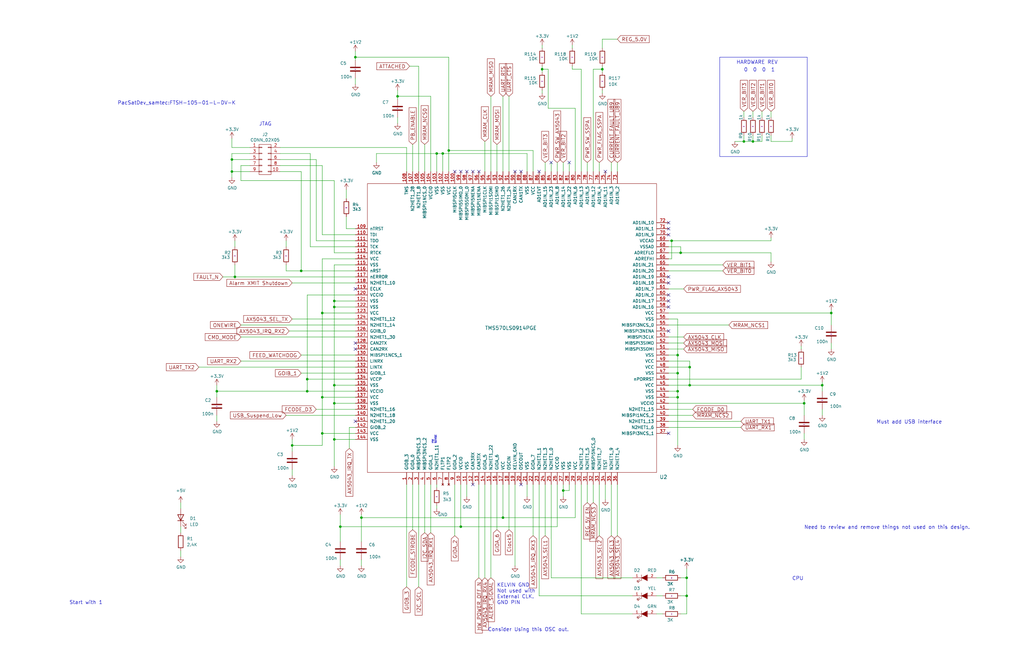
<source format=kicad_sch>
(kicad_sch (version 20230121) (generator eeschema)
  (paper "USLedger")
  (title_block (title "Radiation Tolerant PacSat Communication") (date "2023-06-17") (rev "1.1") (company "AMSAT-NA") (comment 1 "N5BRG"))
  (junction (at 129.54 165.1))
  (junction (at 140.97 170.18))
  (junction (at 194.31 222.25))
  (junction (at 285.75 165.1))
  (junction (at 313.69 59.69))
  (junction (at 140.97 162.56))
  (junction (at 152.4 218.44))
  (junction (at 189.23 63.5))
  (junction (at 285.75 157.48))
  (junction (at 350.52 132.08))
  (junction (at 97.79 67.31))
  (junction (at 143.51 222.25))
  (junction (at 285.75 149.86))
  (junction (at 129.54 160.02))
  (junction (at 287.02 106.68))
  (junction (at 228.6 29.21))
  (junction (at 184.15 64.77))
  (junction (at 99.06 116.84))
  (junction (at 290.83 154.94))
  (junction (at 289.56 251.46))
  (junction (at 149.86 24.13))
  (junction (at 289.56 243.84))
  (junction (at 140.97 127))
  (junction (at 212.09 218.44))
  (junction (at 167.64 40.64))
  (junction (at 237.49 207.01))
  (junction (at 135.89 132.08))
  (junction (at 91.44 165.1))
  (junction (at 346.71 162.56))
  (junction (at 135.89 167.64))
  (junction (at 135.89 182.88))
  (junction (at 339.09 170.18))
  (junction (at 140.97 129.54))
  (junction (at 317.5 59.69))
  (junction (at 285.75 167.64))
  (junction (at 127 114.3))
  (junction (at 140.97 185.42))
  (junction (at 186.69 64.77))
  (junction (at 97.79 72.39))
  (junction (at 123.19 187.96))
  (junction (at 283.21 101.6))
  (junction (at 290.83 162.56))
  (junction (at 254 29.21))
  (no_connect (at 281.94 96.52))
  (no_connect (at 281.94 124.46))
  (no_connect (at 191.77 72.39))
  (no_connect (at 232.41 68.58))
  (no_connect (at 281.94 139.7))
  (no_connect (at 199.39 204.47))
  (no_connect (at 199.39 72.39))
  (no_connect (at 281.94 129.54))
  (no_connect (at 281.94 182.88))
  (no_connect (at 196.85 72.39))
  (no_connect (at 194.31 72.39))
  (no_connect (at 227.33 72.39))
  (no_connect (at 219.71 204.47))
  (no_connect (at 281.94 127))
  (no_connect (at 217.17 72.39))
  (no_connect (at 149.86 144.78))
  (no_connect (at 149.86 177.8))
  (no_connect (at 219.71 72.39))
  (no_connect (at 281.94 119.38))
  (no_connect (at 281.94 99.06))
  (no_connect (at 149.86 147.32))
  (no_connect (at 201.93 72.39))
  (no_connect (at 281.94 116.84))
  (no_connect (at 255.27 72.39))
  (no_connect (at 149.86 121.92))
  (no_connect (at 281.94 93.98))
  (no_connect (at 240.03 68.58))
  (wire (pts (xy 245.11 259.08) (xy 266.7 259.08)))
  (wire (pts (xy 91.44 162.56) (xy 91.44 165.1)))
  (wire (pts (xy 285.75 165.1) (xy 281.94 165.1)))
  (wire (pts (xy 135.89 182.88) (xy 135.89 187.96)))
  (wire (pts (xy 129.54 124.46) (xy 129.54 160.02)))
  (wire (pts (xy 339.09 170.18) (xy 339.09 175.26)))
  (wire (pts (xy 133.35 101.6) (xy 133.35 67.31)))
  (wire (pts (xy 143.51 236.22) (xy 143.51 238.76)))
  (wire (pts (xy 232.41 68.58) (xy 232.41 72.39)))
  (wire (pts (xy 91.44 175.26) (xy 91.44 177.8)))
  (wire (pts (xy 140.97 170.18) (xy 149.86 170.18)))
  (wire (pts (xy 350.52 132.08) (xy 350.52 137.16)))
  (wire (pts (xy 252.73 204.47) (xy 252.73 226.06)))
  (wire (pts (xy 281.94 175.26) (xy 292.1 175.26)))
  (wire (pts (xy 152.4 217.17) (xy 152.4 218.44)))
  (wire (pts (xy 120.65 101.6) (xy 120.65 104.14)))
  (wire (pts (xy 140.97 127) (xy 149.86 127)))
  (wire (pts (xy 101.6 137.16) (xy 149.86 137.16)))
  (wire (pts (xy 285.75 149.86) (xy 285.75 157.48)))
  (wire (pts (xy 194.31 222.25) (xy 234.95 222.25)))
  (wire (pts (xy 149.86 109.22) (xy 135.89 109.22)))
  (wire (pts (xy 143.51 222.25) (xy 143.51 228.6)))
  (wire (pts (xy 127 72.39) (xy 118.11 72.39)))
  (wire (pts (xy 350.52 130.81) (xy 350.52 132.08)))
  (wire (pts (xy 140.97 76.2) (xy 101.6 76.2)))
  (wire (pts (xy 317.5 59.69) (xy 321.31 59.69)))
  (wire (pts (xy 123.19 187.96) (xy 123.19 190.5)))
  (wire (pts (xy 228.6 29.21) (xy 228.6 30.48)))
  (wire (pts (xy 97.79 62.23) (xy 97.79 58.42)))
  (wire (pts (xy 281.94 180.34) (xy 312.42 180.34)))
  (wire (pts (xy 101.6 142.24) (xy 149.86 142.24)))
  (wire (pts (xy 101.6 76.2) (xy 101.6 69.85)))
  (wire (pts (xy 146.05 96.52) (xy 149.86 96.52)))
  (wire (pts (xy 152.4 218.44) (xy 152.4 228.6)))
  (wire (pts (xy 204.47 243.84) (xy 204.47 204.47)))
  (wire (pts (xy 290.83 152.4) (xy 281.94 152.4)))
  (wire (pts (xy 287.02 243.84) (xy 289.56 243.84)))
  (wire (pts (xy 281.94 177.8) (xy 312.42 177.8)))
  (wire (pts (xy 133.35 67.31) (xy 118.11 67.31)))
  (wire (pts (xy 158.75 64.77) (xy 158.75 68.58)))
  (wire (pts (xy 252.73 68.58) (xy 252.73 72.39)))
  (wire (pts (xy 91.44 165.1) (xy 91.44 167.64)))
  (wire (pts (xy 212.09 218.44) (xy 242.57 218.44)))
  (wire (pts (xy 176.53 27.94) (xy 172.72 27.94)))
  (wire (pts (xy 129.54 124.46) (xy 149.86 124.46)))
  (wire (pts (xy 234.95 68.58) (xy 234.95 72.39)))
  (wire (pts (xy 247.65 68.58) (xy 247.65 72.39)))
  (wire (pts (xy 143.51 222.25) (xy 194.31 222.25)))
  (wire (pts (xy 229.87 204.47) (xy 229.87 226.06)))
  (wire (pts (xy 105.41 62.23) (xy 97.79 62.23)))
  (wire (pts (xy 99.06 116.84) (xy 149.86 116.84)))
  (wire (pts (xy 228.6 27.94) (xy 228.6 29.21)))
  (wire (pts (xy 234.95 222.25) (xy 234.95 204.47)))
  (wire (pts (xy 276.86 259.08) (xy 279.4 259.08)))
  (wire (pts (xy 135.89 187.96) (xy 123.19 187.96)))
  (wire (pts (xy 201.93 204.47) (xy 201.93 243.84)))
  (wire (pts (xy 260.35 204.47) (xy 260.35 226.06)))
  (wire (pts (xy 212.09 204.47) (xy 212.09 218.44)))
  (wire (pts (xy 350.52 144.78) (xy 350.52 147.32)))
  (wire (pts (xy 254 16.51) (xy 254 20.32)))
  (wire (pts (xy 304.8 114.3) (xy 281.94 114.3)))
  (wire (pts (xy 149.86 149.86) (xy 127 149.86)))
  (wire (pts (xy 149.86 152.4) (xy 101.6 152.4)))
  (wire (pts (xy 133.35 172.72) (xy 149.86 172.72)))
  (wire (pts (xy 250.19 29.21) (xy 254 29.21)))
  (wire (pts (xy 120.65 175.26) (xy 149.86 175.26)))
  (wire (pts (xy 207.01 72.39) (xy 207.01 40.64)))
  (wire (pts (xy 167.64 49.53) (xy 167.64 52.07)))
  (wire (pts (xy 191.77 204.47) (xy 191.77 226.06)))
  (wire (pts (xy 281.94 134.62) (xy 285.75 134.62)))
  (wire (pts (xy 127 114.3) (xy 127 72.39)))
  (polyline (pts (xy 340.36 24.13) (xy 303.53 24.13)))
  (wire (pts (xy 255.27 204.47) (xy 255.27 210.82)))
  (wire (pts (xy 281.94 121.92) (xy 288.29 121.92)))
  (wire (pts (xy 289.56 259.08) (xy 287.02 259.08)))
  (wire (pts (xy 140.97 111.76) (xy 140.97 127)))
  (wire (pts (xy 209.55 72.39) (xy 209.55 60.96)))
  (wire (pts (xy 240.03 207.01) (xy 240.03 204.47)))
  (wire (pts (xy 334.01 59.69) (xy 334.01 58.42)))
  (wire (pts (xy 257.81 204.47) (xy 257.81 226.06)))
  (wire (pts (xy 129.54 160.02) (xy 129.54 165.1)))
  (wire (pts (xy 222.25 64.77) (xy 222.25 72.39)))
  (wire (pts (xy 337.82 160.02) (xy 281.94 160.02)))
  (wire (pts (xy 337.82 146.05) (xy 337.82 147.32)))
  (wire (pts (xy 346.71 172.72) (xy 346.71 175.26)))
  (wire (pts (xy 245.11 72.39) (xy 245.11 29.21)))
  (wire (pts (xy 149.86 104.14) (xy 130.81 104.14)))
  (polyline (pts (xy 303.53 66.04) (xy 340.36 66.04)))
  (wire (pts (xy 209.55 204.47) (xy 209.55 223.52)))
  (wire (pts (xy 325.12 106.68) (xy 325.12 110.49)))
  (wire (pts (xy 179.07 224.79) (xy 179.07 204.47)))
  (wire (pts (xy 231.14 29.21) (xy 228.6 29.21)))
  (wire (pts (xy 99.06 111.76) (xy 99.06 116.84)))
  (wire (pts (xy 289.56 240.03) (xy 289.56 243.84)))
  (wire (pts (xy 97.79 72.39) (xy 105.41 72.39)))
  (wire (pts (xy 281.94 147.32) (xy 288.29 147.32)))
  (wire (pts (xy 254 38.1) (xy 254 39.37)))
  (wire (pts (xy 281.94 111.76) (xy 304.8 111.76)))
  (wire (pts (xy 281.94 109.22) (xy 283.21 109.22)))
  (wire (pts (xy 281.94 137.16) (xy 307.34 137.16)))
  (wire (pts (xy 127 157.48) (xy 149.86 157.48)))
  (wire (pts (xy 309.88 59.69) (xy 313.69 59.69)))
  (wire (pts (xy 237.49 68.58) (xy 237.49 72.39)))
  (wire (pts (xy 173.99 60.96) (xy 173.99 72.39)))
  (wire (pts (xy 91.44 165.1) (xy 129.54 165.1)))
  (wire (pts (xy 123.19 119.38) (xy 149.86 119.38)))
  (wire (pts (xy 181.61 204.47) (xy 181.61 224.79)))
  (wire (pts (xy 237.49 207.01) (xy 240.03 207.01)))
  (wire (pts (xy 222.25 204.47) (xy 222.25 209.55)))
  (wire (pts (xy 140.97 185.42) (xy 149.86 185.42)))
  (wire (pts (xy 204.47 72.39) (xy 204.47 59.69)))
  (wire (pts (xy 171.45 72.39) (xy 171.45 62.23)))
  (wire (pts (xy 149.86 132.08) (xy 135.89 132.08)))
  (wire (pts (xy 135.89 132.08) (xy 135.89 167.64)))
  (wire (pts (xy 97.79 64.77) (xy 97.79 67.31)))
  (wire (pts (xy 130.81 104.14) (xy 130.81 64.77)))
  (wire (pts (xy 135.89 109.22) (xy 135.89 132.08)))
  (wire (pts (xy 167.64 38.1) (xy 167.64 40.64)))
  (wire (pts (xy 241.3 27.94) (xy 241.3 29.21)))
  (wire (pts (xy 127 114.3) (xy 149.86 114.3)))
  (wire (pts (xy 121.92 139.7) (xy 149.86 139.7)))
  (wire (pts (xy 227.33 204.47) (xy 227.33 251.46)))
  (wire (pts (xy 149.86 33.02) (xy 149.86 35.56)))
  (wire (pts (xy 290.83 162.56) (xy 346.71 162.56)))
  (wire (pts (xy 152.4 236.22) (xy 152.4 238.76)))
  (wire (pts (xy 283.21 109.22) (xy 283.21 101.6)))
  (wire (pts (xy 99.06 101.6) (xy 99.06 104.14)))
  (wire (pts (xy 140.97 129.54) (xy 149.86 129.54)))
  (wire (pts (xy 130.81 64.77) (xy 118.11 64.77)))
  (wire (pts (xy 212.09 40.64) (xy 212.09 72.39)))
  (wire (pts (xy 281.94 162.56) (xy 290.83 162.56)))
  (wire (pts (xy 194.31 222.25) (xy 194.31 204.47)))
  (wire (pts (xy 158.75 64.77) (xy 184.15 64.77)))
  (wire (pts (xy 184.15 213.36) (xy 184.15 214.63)))
  (wire (pts (xy 140.97 162.56) (xy 140.97 170.18)))
  (wire (pts (xy 135.89 69.85) (xy 118.11 69.85)))
  (wire (pts (xy 189.23 24.13) (xy 189.23 63.5)))
  (wire (pts (xy 140.97 162.56) (xy 149.86 162.56)))
  (wire (pts (xy 290.83 152.4) (xy 290.83 154.94)))
  (wire (pts (xy 229.87 68.58) (xy 229.87 72.39)))
  (wire (pts (xy 97.79 67.31) (xy 97.79 72.39)))
  (wire (pts (xy 346.71 161.29) (xy 346.71 162.56)))
  (wire (pts (xy 325.12 101.6) (xy 325.12 100.33)))
  (wire (pts (xy 149.86 24.13) (xy 149.86 25.4)))
  (wire (pts (xy 285.75 157.48) (xy 281.94 157.48)))
  (wire (pts (xy 242.57 218.44) (xy 242.57 204.47)))
  (polyline (pts (xy 340.36 66.04) (xy 340.36 24.13)))
  (wire (pts (xy 285.75 157.48) (xy 285.75 165.1)))
  (wire (pts (xy 186.69 64.77) (xy 186.69 72.39)))
  (wire (pts (xy 224.79 63.5) (xy 189.23 63.5)))
  (wire (pts (xy 105.41 67.31) (xy 97.79 67.31)))
  (wire (pts (xy 143.51 217.17) (xy 143.51 222.25)))
  (wire (pts (xy 242.57 45.72) (xy 242.57 72.39)))
  (wire (pts (xy 325.12 59.69) (xy 334.01 59.69)))
  (wire (pts (xy 184.15 72.39) (xy 184.15 64.77)))
  (wire (pts (xy 135.89 167.64) (xy 149.86 167.64)))
  (wire (pts (xy 232.41 243.84) (xy 266.7 243.84)))
  (wire (pts (xy 140.97 129.54) (xy 140.97 162.56)))
  (wire (pts (xy 129.54 165.1) (xy 149.86 165.1)))
  (wire (pts (xy 292.1 172.72) (xy 281.94 172.72)))
  (wire (pts (xy 317.5 49.53) (xy 317.5 46.99)))
  (wire (pts (xy 276.86 243.84) (xy 279.4 243.84)))
  (wire (pts (xy 337.82 154.94) (xy 337.82 160.02)))
  (wire (pts (xy 285.75 167.64) (xy 281.94 167.64)))
  (wire (pts (xy 232.41 204.47) (xy 232.41 243.84)))
  (wire (pts (xy 214.63 204.47) (xy 214.63 223.52)))
  (wire (pts (xy 149.86 99.06) (xy 135.89 99.06)))
  (wire (pts (xy 281.94 132.08) (xy 350.52 132.08)))
  (wire (pts (xy 186.69 64.77) (xy 222.25 64.77)))
  (wire (pts (xy 167.64 40.64) (xy 167.64 41.91)))
  (wire (pts (xy 105.41 64.77) (xy 97.79 64.77)))
  (wire (pts (xy 228.6 38.1) (xy 228.6 39.37)))
  (wire (pts (xy 281.94 144.78) (xy 288.29 144.78)))
  (polyline (pts (xy 303.53 24.13) (xy 303.53 66.04)))
  (wire (pts (xy 245.11 29.21) (xy 241.3 29.21)))
  (wire (pts (xy 242.57 45.72) (xy 231.14 45.72)))
  (wire (pts (xy 189.23 63.5) (xy 189.23 72.39)))
  (wire (pts (xy 152.4 218.44) (xy 212.09 218.44)))
  (wire (pts (xy 135.89 167.64) (xy 135.89 182.88)))
  (wire (pts (xy 289.56 243.84) (xy 289.56 251.46)))
  (wire (pts (xy 346.71 162.56) (xy 346.71 165.1)))
  (wire (pts (xy 135.89 182.88) (xy 149.86 182.88)))
  (wire (pts (xy 285.75 167.64) (xy 285.75 187.96)))
  (wire (pts (xy 231.14 45.72) (xy 231.14 29.21)))
  (wire (pts (xy 101.6 69.85) (xy 105.41 69.85)))
  (wire (pts (xy 321.31 59.69) (xy 321.31 57.15)))
  (wire (pts (xy 171.45 62.23) (xy 118.11 62.23)))
  (wire (pts (xy 281.94 142.24) (xy 288.29 142.24)))
  (wire (pts (xy 149.86 111.76) (xy 140.97 111.76)))
  (wire (pts (xy 120.65 114.3) (xy 120.65 111.76)))
  (wire (pts (xy 290.83 154.94) (xy 281.94 154.94)))
  (wire (pts (xy 281.94 104.14) (xy 287.02 104.14)))
  (wire (pts (xy 241.3 19.05) (xy 241.3 20.32)))
  (wire (pts (xy 257.81 68.58) (xy 257.81 72.39)))
  (wire (pts (xy 140.97 106.68) (xy 140.97 76.2)))
  (wire (pts (xy 224.79 72.39) (xy 224.79 63.5)))
  (wire (pts (xy 76.2 212.09) (xy 76.2 214.63)))
  (wire (pts (xy 171.45 247.65) (xy 171.45 204.47)))
  (wire (pts (xy 76.2 232.41) (xy 76.2 234.95)))
  (wire (pts (xy 240.03 68.58) (xy 240.03 72.39)))
  (wire (pts (xy 289.56 251.46) (xy 287.02 251.46)))
  (wire (pts (xy 283.21 101.6) (xy 325.12 101.6)))
  (wire (pts (xy 228.6 19.05) (xy 228.6 20.32)))
  (wire (pts (xy 149.86 160.02) (xy 129.54 160.02)))
  (wire (pts (xy 196.85 204.47) (xy 196.85 209.55)))
  (wire (pts (xy 250.19 72.39) (xy 250.19 29.21)))
  (wire (pts (xy 287.02 106.68) (xy 325.12 106.68)))
  (wire (pts (xy 281.94 101.6) (xy 283.21 101.6)))
  (wire (pts (xy 140.97 170.18) (xy 140.97 185.42)))
  (wire (pts (xy 289.56 251.46) (xy 289.56 259.08)))
  (wire (pts (xy 173.99 223.52) (xy 173.99 204.47)))
  (wire (pts (xy 146.05 91.44) (xy 146.05 96.52)))
  (wire (pts (xy 281.94 170.18) (xy 339.09 170.18)))
  (wire (pts (xy 313.69 46.99) (xy 313.69 49.53)))
  (wire (pts (xy 123.19 185.42) (xy 123.19 187.96)))
  (wire (pts (xy 149.86 106.68) (xy 140.97 106.68)))
  (wire (pts (xy 290.83 154.94) (xy 290.83 162.56)))
  (wire (pts (xy 214.63 40.64) (xy 214.63 72.39)))
  (wire (pts (xy 224.79 226.06) (xy 224.79 204.47)))
  (wire (pts (xy 217.17 204.47) (xy 217.17 238.76)))
  (wire (pts (xy 285.75 165.1) (xy 285.75 167.64)))
  (wire (pts (xy 149.86 24.13) (xy 189.23 24.13)))
  (wire (pts (xy 339.09 182.88) (xy 339.09 185.42)))
  (wire (pts (xy 149.86 180.34) (xy 147.32 180.34)))
  (wire (pts (xy 276.86 251.46) (xy 279.4 251.46)))
  (wire (pts (xy 254 29.21) (xy 254 30.48)))
  (wire (pts (xy 313.69 59.69) (xy 317.5 59.69)))
  (wire (pts (xy 147.32 180.34) (xy 147.32 189.23)))
  (wire (pts (xy 184.15 204.47) (xy 184.15 205.74)))
  (wire (pts (xy 237.49 204.47) (xy 237.49 207.01)))
  (wire (pts (xy 227.33 251.46) (xy 266.7 251.46)))
  (wire (pts (xy 181.61 40.64) (xy 181.61 72.39)))
  (wire (pts (xy 184.15 64.77) (xy 186.69 64.77)))
  (wire (pts (xy 76.2 222.25) (xy 76.2 224.79)))
  (wire (pts (xy 167.64 40.64) (xy 181.61 40.64)))
  (wire (pts (xy 339.09 168.91) (xy 339.09 170.18)))
  (wire (pts (xy 281.94 106.68) (xy 287.02 106.68)))
  (wire (pts (xy 313.69 59.69) (xy 313.69 57.15)))
  (wire (pts (xy 176.53 27.94) (xy 176.53 72.39)))
  (wire (pts (xy 250.19 204.47) (xy 250.19 212.09)))
  (wire (pts (xy 237.49 207.01) (xy 237.49 209.55)))
  (wire (pts (xy 97.79 72.39) (xy 97.79 74.93)))
  (wire (pts (xy 245.11 204.47) (xy 245.11 259.08)))
  (wire (pts (xy 149.86 154.94) (xy 83.82 154.94)))
  (wire (pts (xy 254 27.94) (xy 254 29.21)))
  (wire (pts (xy 287.02 104.14) (xy 287.02 106.68)))
  (wire (pts (xy 135.89 99.06) (xy 135.89 69.85)))
  (wire (pts (xy 123.19 198.12) (xy 123.19 200.66)))
  (wire (pts (xy 321.31 49.53) (xy 321.31 46.99)))
  (wire (pts (xy 146.05 80.01) (xy 146.05 83.82)))
  (wire (pts (xy 260.35 68.58) (xy 260.35 72.39)))
  (wire (pts (xy 149.86 101.6) (xy 133.35 101.6)))
  (wire (pts (xy 179.07 72.39) (xy 179.07 60.96)))
  (wire (pts (xy 207.01 243.84) (xy 207.01 204.47)))
  (wire (pts (xy 325.12 59.69) (xy 325.12 57.15)))
  (wire (pts (xy 140.97 185.42) (xy 140.97 196.85)))
  (wire (pts (xy 140.97 127) (xy 140.97 129.54)))
  (wire (pts (xy 285.75 134.62) (xy 285.75 149.86)))
  (wire (pts (xy 247.65 204.47) (xy 247.65 212.09)))
  (wire (pts (xy 93.98 116.84) (xy 99.06 116.84)))
  (wire (pts (xy 176.53 204.47) (xy 176.53 247.65)))
  (wire (pts (xy 325.12 49.53) (xy 325.12 46.99)))
  (wire (pts (xy 120.65 114.3) (xy 127 114.3)))
  (wire (pts (xy 260.35 16.51) (xy 254 16.51)))
  (wire (pts (xy 317.5 57.15) (xy 317.5 59.69)))
  (wire (pts (xy 281.94 149.86) (xy 285.75 149.86)))
  (wire (pts (xy 149.86 21.59) (xy 149.86 24.13)))
  (wire (pts (xy 123.19 134.62) (xy 149.86 134.62)))
  (text "CPU" (at 334.01 245.11 0) (effects (font (size 1.524 1.524)) (justify left bottom)))
  (text "PacSatDev_samtec:FTSH-105-01-L-DV-K" (at 49.53 44.45 0) (effects (font (size 1.524 1.524)) (justify left bottom)))
  (text "0" (at 321.31 30.48 0) (effects (font (size 1.524 1.524)) (justify left bottom)))
  (text "0" (at 313.69 30.48 0) (effects (font (size 1.524 1.524)) (justify left bottom)))
  (text "Consider Using this OSC out." (at 205.74 266.7 0) (effects (font (size 1.524 1.524)) (justify left bottom)))
  (text "JTAG" (at 109.22 53.34 0) (effects (font (size 1.524 1.524)) (justify left bottom)))
  (text "Need to review and remove things not used on this design." (at 339.09 223.52 0) (effects (font (size 1.524 1.524)) (justify left bottom)))
  (text "Must add USB interface" (at 369.57 179.07 0) (effects (font (size 1.524 1.524)) (justify left bottom)))
  (text "HARDWARE REV" (at 310.515 27.305 0) (effects (font (size 1.524 1.524)) (justify left bottom)))
  (text "Start with 1" (at 29.21 255.27 0) (effects (font (size 1.524 1.524)) (justify left bottom)))
  (text "HW\nSENSE" (at 184.15 187.325 90) (effects (font (size 0.762 0.762)) (justify left bottom)))
  (text "1" (at 325.12 30.48 0) (effects (font (size 1.524 1.524)) (justify left bottom)))
  (text "0" (at 317.5 30.48 0) (effects (font (size 1.524 1.524)) (justify left bottom)))
  (text "KELVIN GND\nNot used with\nExternal CLK.\nGND PIN" (at 209.55 255.27 0) (effects (font (size 1.524 1.524)) (justify left bottom)))
  (global_label "FCODE_STROBE" (shape input) (at 173.99 223.52 270) (effects (font (size 1.524 1.524))) (property "Intersheetrefs" "${INTERSHEET_REFS}" (effects hide)))
  (global_label "VER_BIT2" (shape input) (at 237.49 68.58 90) (effects (font (size 1.524 1.524))) (property "Intersheetrefs" "${INTERSHEET_REFS}" (effects hide)))
  (global_label "UART_RX2" (shape input) (at 101.6 152.4 180) (effects (font (size 1.524 1.524))) (property "Intersheetrefs" "${INTERSHEET_REFS}" (effects hide)))
  (global_label "AX5043_IRQ_RX2" (shape input) (at 121.92 139.7 180) (effects (font (size 1.524 1.524))) (property "Intersheetrefs" "${INTERSHEET_REFS}" (effects hide)))
  (global_label "CMD_MODE" (shape input) (at 101.6 142.24 180) (effects (font (size 1.524 1.524))) (property "Intersheetrefs" "${INTERSHEET_REFS}" (effects hide)))
  (global_label "AX5043_SEL1" (shape input) (at 229.87 226.06 270) (effects (font (size 1.524 1.524))) (property "Intersheetrefs" "${INTERSHEET_REFS}" (effects hide)))
  (global_label "VER_BIT1" (shape input) (at 304.8 111.76 0) (effects (font (size 1.524 1.524))) (property "Intersheetrefs" "${INTERSHEET_REFS}" (effects hide)))
  (global_label "MRAM_NCS0" (shape input) (at 179.07 60.96 90) (effects (font (size 1.524 1.524))) (property "Intersheetrefs" "${INTERSHEET_REFS}" (effects hide)))
  (global_label "MRAM_MISO" (shape input) (at 207.01 40.64 90) (effects (font (size 1.524 1.524))) (property "Intersheetrefs" "${INTERSHEET_REFS}" (effects hide)))
  (global_label "VER_BIT0" (shape input) (at 304.8 114.3 0) (effects (font (size 1.524 1.524))) (property "Intersheetrefs" "${INTERSHEET_REFS}" (effects hide)))
  (global_label "AX5043_SEL2" (shape input) (at 252.73 226.06 270) (effects (font (size 1.524 1.524))) (property "Intersheetrefs" "${INTERSHEET_REFS}" (effects hide)))
  (global_label "ONEWIRE" (shape input) (at 101.6 137.16 180) (effects (font (size 1.524 1.524))) (property "Intersheetrefs" "${INTERSHEET_REFS}" (effects hide)))
  (global_label "UART_TX2" (shape input) (at 83.82 154.94 180) (effects (font (size 1.524 1.524))) (property "Intersheetrefs" "${INTERSHEET_REFS}" (effects hide)))
  (global_label "AX5043_IRQ_RX1" (shape input) (at 181.61 224.79 270) (effects (font (size 1.524 1.524))) (property "Intersheetrefs" "${INTERSHEET_REFS}" (effects hide)))
  (global_label "GIOA_6" (shape input) (at 209.55 223.52 270) (effects (font (size 1.524 1.524))) (property "Intersheetrefs" "${INTERSHEET_REFS}" (effects hide)))
  (global_label "PWR_FLAG_AX5043" (shape input) (at 288.29 121.92 0) (effects (font (size 1.524 1.524))) (property "Intersheetrefs" "${INTERSHEET_REFS}" (effects hide)))
  (global_label "PWR_SW_SSPA" (shape input) (at 247.65 68.58 90) (effects (font (size 1.524 1.524))) (property "Intersheetrefs" "${INTERSHEET_REFS}" (effects hide)))
  (global_label "AX5043_IRQ_RX4" (shape input) (at 204.47 243.84 270) (effects (font (size 1.524 1.524))) (property "Intersheetrefs" "${INTERSHEET_REFS}" (effects hide)))
  (global_label "FEED_WATCHDOG" (shape input) (at 127 149.86 180) (effects (font (size 1.524 1.524))) (property "Intersheetrefs" "${INTERSHEET_REFS}" (effects hide)))
  (global_label "ALERT_SIGNAL" (shape input) (at 207.01 243.84 270) (effects (font (size 1.524 1.524))) (property "Intersheetrefs" "${INTERSHEET_REFS}" (effects hide)))
  (global_label "AX5043_IRQ_TX" (shape input) (at 147.32 189.23 270) (effects (font (size 1.524 1.524))) (property "Intersheetrefs" "${INTERSHEET_REFS}" (effects hide)))
  (global_label "FAULT_N" (shape input) (at 93.98 116.84 180) (effects (font (size 1.524 1.524))) (property "Intersheetrefs" "${INTERSHEET_REFS}" (effects hide)))
  (global_label "USB_Suspend_Low" (shape input) (at 120.65 175.26 180) (effects (font (size 1.524 1.524))) (property "Intersheetrefs" "${INTERSHEET_REFS}" (effects hide)))
  (global_label "AX5043_SEL4" (shape input) (at 260.35 226.06 270) (effects (font (size 1.524 1.524))) (property "Intersheetrefs" "${INTERSHEET_REFS}" (effects hide)))
  (global_label "UART_TX1" (shape input) (at 312.42 177.8 0) (effects (font (size 1.524 1.524))) (property "Intersheetrefs" "${INTERSHEET_REFS}" (effects hide)))
  (global_label "CURRENT_FAULT_U89" (shape input) (at 260.35 68.58 90) (effects (font (size 1.524 1.524))) (property "Intersheetrefs" "${INTERSHEET_REFS}" (effects hide)))
  (global_label "MRAM_NCS2" (shape input) (at 292.1 175.26 0) (effects (font (size 1.524 1.524))) (property "Intersheetrefs" "${INTERSHEET_REFS}" (effects hide)))
  (global_label "MRAM_CLK" (shape input) (at 204.47 59.69 90) (effects (font (size 1.524 1.524))) (property "Intersheetrefs" "${INTERSHEET_REFS}" (effects hide)))
  (global_label "MRAM_NCS3" (shape input) (at 250.19 212.09 270) (effects (font (size 1.524 1.524))) (property "Intersheetrefs" "${INTERSHEET_REFS}" (effects hide)))
  (global_label "AX5043_IRQ_RX3" (shape input) (at 224.79 226.06 270) (effects (font (size 1.524 1.524))) (property "Intersheetrefs" "${INTERSHEET_REFS}" (effects hide)))
  (global_label "GOIB_1" (shape input) (at 127 157.48 180) (effects (font (size 1.524 1.524))) (property "Intersheetrefs" "${INTERSHEET_REFS}" (effects hide)))
  (global_label "PWR_FLAG_SSPA" (shape input) (at 252.73 68.58 90) (effects (font (size 1.524 1.524))) (property "Intersheetrefs" "${INTERSHEET_REFS}" (effects hide)))
  (global_label "I2C_SDA" (shape input) (at 179.07 224.79 270) (effects (font (size 1.524 1.524))) (property "Intersheetrefs" "${INTERSHEET_REFS}" (effects hide)))
  (global_label "Alarm XMIT Shutdown" (shape input) (at 123.19 119.38 180) (effects (font (size 1.524 1.524))) (property "Intersheetrefs" "${INTERSHEET_REFS}" (effects hide)))
  (global_label "MRAM_MOSI" (shape input) (at 209.55 60.96 90) (effects (font (size 1.524 1.524))) (property "Intersheetrefs" "${INTERSHEET_REFS}" (effects hide)))
  (global_label "GIOA_2" (shape input) (at 191.77 226.06 270) (effects (font (size 1.524 1.524))) (property "Intersheetrefs" "${INTERSHEET_REFS}" (effects hide)))
  (global_label "GIOB_3" (shape input) (at 171.45 247.65 270) (effects (font (size 1.524 1.524))) (property "Intersheetrefs" "${INTERSHEET_REFS}" (effects hide)))
  (global_label "PB_ENABLE" (shape input) (at 173.99 60.96 90) (effects (font (size 1.524 1.524))) (property "Intersheetrefs" "${INTERSHEET_REFS}" (effects hide)))
  (global_label "VER_BIT3" (shape input) (at 313.69 46.99 90) (effects (font (size 1.524 1.524))) (property "Intersheetrefs" "${INTERSHEET_REFS}" (effects hide)))
  (global_label "UART_RX1" (shape input) (at 312.42 180.34 0) (effects (font (size 1.524 1.524))) (property "Intersheetrefs" "${INTERSHEET_REFS}" (effects hide)))
  (global_label "FCODE_D0" (shape input) (at 292.1 172.72 0) (effects (font (size 1.524 1.524))) (property "Intersheetrefs" "${INTERSHEET_REFS}" (effects hide)))
  (global_label "AX5043_SEL_TX" (shape input) (at 123.19 134.62 180) (effects (font (size 1.524 1.524))) (property "Intersheetrefs" "${INTERSHEET_REFS}" (effects hide)))
  (global_label "AX5043_SEL3" (shape input) (at 257.81 226.06 270) (effects (font (size 1.524 1.524))) (property "Intersheetrefs" "${INTERSHEET_REFS}" (effects hide)))
  (global_label "AX5043_CLK" (shape input) (at 288.29 142.24 0) (effects (font (size 1.524 1.524))) (property "Intersheetrefs" "${INTERSHEET_REFS}" (effects hide)))
  (global_label "VER_BIT3" (shape input) (at 229.87 68.58 90) (effects (font (size 1.524 1.524))) (property "Intersheetrefs" "${INTERSHEET_REFS}" (effects hide)))
  (global_label "ATTACHED" (shape input) (at 172.72 27.94 180) (effects (font (size 1.524 1.524))) (property "Intersheetrefs" "${INTERSHEET_REFS}" (effects hide)))
  (global_label "AX5043_MISO" (shape input) (at 288.29 147.32 0) (effects (font (size 1.524 1.524))) (property "Intersheetrefs" "${INTERSHEET_REFS}" (effects hide)))
  (global_label "REG_5.0V" (shape input) (at 260.35 16.51 0) (effects (font (size 1.524 1.524))) (property "Intersheetrefs" "${INTERSHEET_REFS}" (effects hide)))
  (global_label "MRAM_NCS1" (shape input) (at 307.34 137.16 0) (effects (font (size 1.524 1.524))) (property "Intersheetrefs" "${INTERSHEET_REFS}" (effects hide)))
  (global_label "UART_RTS" (shape input) (at 212.09 40.64 90) (effects (font (size 1.524 1.524))) (property "Intersheetrefs" "${INTERSHEET_REFS}" (effects hide)))
  (global_label "UART_CTS" (shape input) (at 214.63 40.64 90) (effects (font (size 1.524 1.524))) (property "Intersheetrefs" "${INTERSHEET_REFS}" (effects hide)))
  (global_label "CURRENT_FAULT_U89" (shape input) (at 257.81 68.58 90) (effects (font (size 1.524 1.524))) (property "Intersheetrefs" "${INTERSHEET_REFS}" (effects hide)))
  (global_label "VER_BIT1" (shape input) (at 321.31 46.99 90) (effects (font (size 1.524 1.524))) (property "Intersheetrefs" "${INTERSHEET_REFS}" (effects hide)))
  (global_label "HW_POWER_OFF_N" (shape input) (at 201.93 243.84 270) (effects (font (size 1.524 1.524))) (property "Intersheetrefs" "${INTERSHEET_REFS}" (effects hide)))
  (global_label "Clock5" (shape input) (at 214.63 223.52 270) (effects (font (size 1.524 1.524))) (property "Intersheetrefs" "${INTERSHEET_REFS}" (effects hide)))
  (global_label "PWR_SW_AX5043" (shape input) (at 234.95 68.58 90) (effects (font (size 1.524 1.524))) (property "Intersheetrefs" "${INTERSHEET_REFS}" (effects hide)))
  (global_label "FCODE_D3" (shape input) (at 133.35 172.72 180) (effects (font (size 1.524 1.524))) (property "Intersheetrefs" "${INTERSHEET_REFS}" (effects hide)))
  (global_label "AX5043_MOSI" (shape input) (at 288.29 144.78 0) (effects (font (size 1.524 1.524))) (property "Intersheetrefs" "${INTERSHEET_REFS}" (effects hide)))
  (global_label "VER_BIT2" (shape input) (at 317.5 46.99 90) (effects (font (size 1.524 1.524))) (property "Intersheetrefs" "${INTERSHEET_REFS}" (effects hide)))
  (global_label "REG_5V_EN" (shape input) (at 247.65 212.09 270) (effects (font (size 1.524 1.524))) (property "Intersheetrefs" "${INTERSHEET_REFS}" (effects hide)))
  (global_label "VER_BIT0" (shape input) (at 325.12 46.99 90) (effects (font (size 1.524 1.524))) (property "Intersheetrefs" "${INTERSHEET_REFS}" (effects hide)))
  (global_label "I2C_SCL" (shape input) (at 176.53 247.65 270) (effects (font (size 1.524 1.524))) (property "Intersheetrefs" "${INTERSHEET_REFS}" (effects hide)))
  (symbol (lib_id "PACSAT_ICs:TMS570LS0914PGE") (at 215.9 138.43 0) (unit 1)
    (property "Reference" "U2" (at 278.13 201.295 0) (effects (font (size 1.524 1.524)) (justify left)))
    (property "Value" "TMS570LS0914PGE" (at 204.47 138.43 0) (effects (font (size 1.524 1.524)) (justify left)))
    (property "Footprint" "PacSatDev_ti:TQFP-144_20x20mm_Pitch0.5mm" (effects hide))
  )
  (symbol (lib_id "power:GND") (at 196.85 209.55 0) (unit 1)
    (property "Reference" "#PWR023" (effects hide))
    (property "Value" "GND" (at 196.977 213.9442 0))
  )
  (symbol (lib_id "power:GND") (at 285.75 187.96 0) (unit 1)
    (property "Reference" "#PWR027" (effects hide))
    (property "Value" "GND" (at 285.877 192.3542 0))
  )
  (symbol (lib_id "Device:R") (at 120.65 107.95 0) (unit 1)
    (property "Reference" "R3" (at 116.205 106.68 0) (effects (justify left)))
    (property "Value" "3k3" (at 114.935 108.585 0) (effects (justify left)))
    (property "Footprint" "Resistor_SMD:R_0603_1608Metric_Pad0.98x0.95mm_HandSolder" (effects hide))
    (property "Datasheet" "~" (at 120.65 107.95 0))
  )
  (symbol (lib_id "power:GND") (at 140.97 196.85 0) (unit 1)
    (property "Reference" "#PWR011" (effects hide))
    (property "Value" "GND" (at 141.097 201.2442 0))
  )
  (symbol (lib_id "power:GND") (at 222.25 209.55 0) (unit 1)
    (property "Reference" "#PWR024" (effects hide))
    (property "Value" "GND" (at 222.377 213.9442 0))
  )
  (symbol (lib_id "power:GND") (at 237.49 209.55 0) (unit 1)
    (property "Reference" "#PWR025" (effects hide))
    (property "Value" "GND" (at 237.617 213.9442 0))
  )
  (symbol (lib_id "power:GND") (at 158.75 68.58 0) (unit 1)
    (property "Reference" "#PWR019" (effects hide))
    (property "Value" "GND" (at 158.877 72.9742 0))
  )
  (symbol (lib_id "Device:C") (at 346.71 168.91 0) (unit 1)
    (property "Reference" "C9" (at 351.155 166.37 0))
    (property "Value" "100n" (at 352.425 171.45 0))
    (property "Footprint" "Capacitor_SMD:C_0603_1608Metric_Pad1.08x0.95mm_HandSolder" (effects hide))
    (property "Datasheet" "~" (at 346.71 168.91 0))
  )
  (symbol (lib_id "power:GND") (at 346.71 175.26 0) (unit 1)
    (property "Reference" "#PWR049" (effects hide))
    (property "Value" "GND" (at 346.837 179.6542 0))
  )
  (symbol (lib_id "Device:C") (at 167.64 45.72 0) (unit 1)
    (property "Reference" "C7" (at 162.56 43.18 0))
    (property "Value" "100n" (at 163.83 48.895 0))
    (property "Footprint" "Capacitor_SMD:C_0603_1608Metric_Pad1.08x0.95mm_HandSolder" (effects hide))
    (property "Datasheet" "~" (at 167.64 45.72 0))
  )
  (symbol (lib_id "power:GND") (at 167.64 52.07 0) (unit 1)
    (property "Reference" "#PWR021" (effects hide))
    (property "Value" "GND" (at 167.767 56.4642 0))
  )
  (symbol (lib_id "Device:C") (at 339.09 179.07 0) (unit 1)
    (property "Reference" "C8" (at 334.01 176.53 0))
    (property "Value" "100n" (at 335.28 182.245 0))
    (property "Footprint" "Capacitor_SMD:C_0603_1608Metric_Pad1.08x0.95mm_HandSolder" (effects hide))
    (property "Datasheet" "~" (at 339.09 179.07 0))
  )
  (symbol (lib_id "power:GND") (at 339.09 185.42 0) (unit 1)
    (property "Reference" "#PWR041" (effects hide))
    (property "Value" "GND" (at 339.217 189.8142 0))
  )
  (symbol (lib_id "Device:C") (at 350.52 140.97 0) (unit 1)
    (property "Reference" "C10" (at 345.44 138.43 0))
    (property "Value" "100n" (at 346.71 144.145 0))
    (property "Footprint" "Capacitor_SMD:C_0603_1608Metric_Pad1.08x0.95mm_HandSolder" (effects hide))
    (property "Datasheet" "~" (at 350.52 140.97 0))
  )
  (symbol (lib_id "power:GND") (at 350.52 147.32 0) (unit 1)
    (property "Reference" "#PWR064" (effects hide))
    (property "Value" "GND" (at 350.647 151.7142 0))
  )
  (symbol (lib_id "Device:C") (at 149.86 29.21 0) (unit 1)
    (property "Reference" "C5" (at 144.78 26.67 0))
    (property "Value" "100n" (at 146.05 32.385 0))
    (property "Footprint" "Capacitor_SMD:C_0603_1608Metric_Pad1.08x0.95mm_HandSolder" (effects hide))
    (property "Datasheet" "~" (at 149.86 29.21 0))
  )
  (symbol (lib_id "power:GND") (at 149.86 35.56 0) (unit 1)
    (property "Reference" "#PWR016" (effects hide))
    (property "Value" "GND" (at 149.987 39.9542 0))
  )
  (symbol (lib_id "Device:C") (at 152.4 232.41 0) (unit 1)
    (property "Reference" "C6" (at 156.845 229.87 0))
    (property "Value" "100n" (at 158.115 234.95 0))
    (property "Footprint" "Capacitor_SMD:C_0603_1608Metric_Pad1.08x0.95mm_HandSolder" (effects hide))
    (property "Datasheet" "~" (at 152.4 232.41 0))
  )
  (symbol (lib_id "power:GND") (at 152.4 238.76 0) (unit 1)
    (property "Reference" "#PWR018" (effects hide))
    (property "Value" "GND" (at 152.527 243.1542 0))
  )
  (symbol (lib_id "Device:C") (at 143.51 232.41 0) (unit 1)
    (property "Reference" "C4" (at 138.43 229.87 0))
    (property "Value" "100n" (at 139.7 235.585 0))
    (property "Footprint" "Capacitor_SMD:C_0603_1608Metric_Pad1.08x0.95mm_HandSolder" (effects hide))
    (property "Datasheet" "~" (at 143.51 232.41 0))
  )
  (symbol (lib_id "power:GND") (at 143.51 238.76 0) (unit 1)
    (property "Reference" "#PWR013" (effects hide))
    (property "Value" "GND" (at 143.637 243.1542 0))
  )
  (symbol (lib_id "Device:C") (at 123.19 194.31 0) (unit 1)
    (property "Reference" "C3" (at 118.11 191.77 0))
    (property "Value" "100n" (at 119.38 197.485 0))
    (property "Footprint" "Capacitor_SMD:C_0603_1608Metric_Pad1.08x0.95mm_HandSolder" (effects hide))
    (property "Datasheet" "~" (at 123.19 194.31 0))
  )
  (symbol (lib_id "power:GND") (at 123.19 200.66 0) (unit 1)
    (property "Reference" "#PWR010" (effects hide))
    (property "Value" "GND" (at 123.317 205.0542 0))
  )
  (symbol (lib_id "Device:C") (at 91.44 171.45 0) (unit 1)
    (property "Reference" "C2" (at 86.36 168.91 0) (effects (justify left)))
    (property "Value" "100n" (at 87.63 174.625 0))
    (property "Footprint" "Capacitor_SMD:C_0603_1608Metric_Pad1.08x0.95mm_HandSolder" (effects hide))
    (property "Datasheet" "~" (at 91.44 171.45 0))
  )
  (symbol (lib_id "power:GND") (at 91.44 177.8 0) (unit 1)
    (property "Reference" "#PWR03" (effects hide))
    (property "Value" "GND" (at 91.567 182.1942 0))
  )
  (symbol (lib_id "PACSAT_DEV_misc:CONN_02X05") (at 111.76 67.31 0) (unit 1)
    (property "Reference" "J2" (at 111.76 56.769 0))
    (property "Value" "CONN_02X05" (at 111.76 59.0804 0))
    (property "Footprint" "PacSatDev_samtec:FTSH-105-01-L-DV-K" (effects hide))
  )
  (symbol (lib_id "power:GND") (at 97.79 74.93 0) (unit 1)
    (property "Reference" "#PWR05" (effects hide))
    (property "Value" "GND" (at 97.917 79.3242 0))
  )
  (symbol (lib_id "Device:R") (at 146.05 87.63 0) (unit 1)
    (property "Reference" "R4" (at 148.59 86.36 0) (effects (justify left)))
    (property "Value" "3k3" (at 148.59 88.265 0) (effects (justify left)))
    (property "Footprint" "Resistor_SMD:R_0603_1608Metric_Pad0.98x0.95mm_HandSolder" (effects hide))
    (property "Datasheet" "~" (at 146.05 87.63 0))
  )
  (symbol (lib_id "Device:R") (at 99.06 107.95 0) (unit 1)
    (property "Reference" "R2" (at 94.615 106.68 0) (effects (justify left)))
    (property "Value" "3k3" (at 93.345 108.585 0) (effects (justify left)))
    (property "Footprint" "Resistor_SMD:R_0603_1608Metric_Pad0.98x0.95mm_HandSolder" (effects hide))
    (property "Datasheet" "~" (at 99.06 107.95 0))
  )
  (symbol (lib_id "power:GND") (at 255.27 210.82 0) (unit 1)
    (property "Reference" "#PWR026" (effects hide))
    (property "Value" "GND" (at 255.397 215.2142 0))
  )
  (symbol (lib_id "power:GND") (at 325.12 110.49 0) (unit 1)
    (property "Reference" "#PWR031" (effects hide))
    (property "Value" "GND" (at 325.247 114.8842 0))
  )
  (symbol (lib_id "PACSAT_DEV_misc:LED") (at 271.78 243.84 0) (unit 1)
    (property "Reference" "D2" (at 268.605 240.665 0))
    (property "Value" "RED" (at 274.955 240.665 0))
    (property "Footprint" "LED_SMD:LED_0603_1608Metric_Pad1.05x0.95mm_HandSolder" (effects hide))
  )
  (symbol (lib_id "PACSAT_DEV_misc:LED") (at 271.78 251.46 0) (unit 1)
    (property "Reference" "D3" (at 268.605 248.285 0))
    (property "Value" "YEL" (at 274.955 248.285 0))
    (property "Footprint" "LED_SMD:LED_0603_1608Metric_Pad1.05x0.95mm_HandSolder" (effects hide))
  )
  (symbol (lib_id "PACSAT_DEV_misc:LED") (at 271.78 259.08 0) (unit 1)
    (property "Reference" "D4" (at 268.605 255.905 0))
    (property "Value" "GRN" (at 274.955 255.905 0))
    (property "Footprint" "LED_SMD:LED_0603_1608Metric_Pad1.05x0.95mm_HandSolder" (effects hide))
  )
  (symbol (lib_id "Device:R") (at 283.21 243.84 270) (unit 1)
    (property "Reference" "R6" (at 281.94 241.3 90) (effects (justify left)))
    (property "Value" "3K" (at 281.305 246.38 90) (effects (justify left)))
    (property "Footprint" "Resistor_SMD:R_0603_1608Metric_Pad0.98x0.95mm_HandSolder" (effects hide))
    (property "Datasheet" "~" (at 283.21 243.84 0))
  )
  (symbol (lib_id "Device:R") (at 283.21 251.46 270) (unit 1)
    (property "Reference" "R7" (at 281.94 248.92 90) (effects (justify left)))
    (property "Value" "3K" (at 281.305 254 90) (effects (justify left)))
    (property "Footprint" "Resistor_SMD:R_0603_1608Metric_Pad0.98x0.95mm_HandSolder" (effects hide))
    (property "Datasheet" "~" (at 283.21 251.46 0))
  )
  (symbol (lib_id "Device:R") (at 283.21 259.08 270) (unit 1)
    (property "Reference" "R8" (at 281.94 256.54 90) (effects (justify left)))
    (property "Value" "3K" (at 281.305 261.62 90) (effects (justify left)))
    (property "Footprint" "Resistor_SMD:R_0603_1608Metric_Pad0.98x0.95mm_HandSolder" (effects hide))
    (property "Datasheet" "~" (at 283.21 259.08 0))
  )
  (symbol (lib_id "Device:R") (at 337.82 151.13 0) (unit 1)
    (property "Reference" "R13" (at 332.105 149.86 0) (effects (justify left)))
    (property "Value" "3k3" (at 332.105 151.765 0) (effects (justify left)))
    (property "Footprint" "Resistor_SMD:R_0603_1608Metric_Pad0.98x0.95mm_HandSolder" (effects hide))
    (property "Datasheet" "~" (at 337.82 151.13 0))
  )
  (symbol (lib_id "power:GND") (at 184.15 214.63 0) (unit 1)
    (property "Reference" "#PWR022" (effects hide))
    (property "Value" "GND" (at 186.69 217.17 0))
  )
  (symbol (lib_id "power:GND") (at 309.88 59.69 0) (unit 1)
    (property "Reference" "#PWR029" (effects hide))
    (property "Value" "GND" (at 310.007 64.0842 0))
  )
  (symbol (lib_id "Device:R") (at 313.69 53.34 180) (unit 1)
    (property "Reference" "R9" (at 312.42 55.88 90) (effects (justify left)))
    (property "Value" "1k" (at 312.42 48.26 90) (effects (justify left)))
    (property "Footprint" "Resistor_SMD:R_0603_1608Metric_Pad0.98x0.95mm_HandSolder" (effects hide))
    (property "Datasheet" "~" (at 313.69 53.34 0))
  )
  (symbol (lib_id "Device:R") (at 317.5 53.34 180) (unit 1)
    (property "Reference" "R10" (at 316.23 55.88 90) (effects (justify left)))
    (property "Value" "1k" (at 316.23 48.26 90) (effects (justify left)))
    (property "Footprint" "Resistor_SMD:R_0603_1608Metric_Pad0.98x0.95mm_HandSolder" (effects hide))
    (property "Datasheet" "~" (at 317.5 53.34 0))
  )
  (symbol (lib_id "Device:R") (at 321.31 53.34 180) (unit 1)
    (property "Reference" "R11" (at 320.04 55.88 90) (effects (justify left)))
    (property "Value" "1k" (at 320.04 48.26 90) (effects (justify left)))
    (property "Footprint" "Resistor_SMD:R_0603_1608Metric_Pad0.98x0.95mm_HandSolder" (effects hide))
    (property "Datasheet" "~" (at 321.31 53.34 0))
  )
  (symbol (lib_id "Device:R") (at 325.12 53.34 180) (unit 1)
    (property "Reference" "R12" (at 323.85 55.88 90) (effects (justify left)))
    (property "Value" "1k" (at 323.85 48.26 90) (effects (justify left)))
    (property "Footprint" "Resistor_SMD:R_0603_1608Metric_Pad0.98x0.95mm_HandSolder" (effects hide))
    (property "Datasheet" "~" (at 325.12 53.34 0))
  )
  (symbol (lib_id "power:+3.3V") (at 97.79 58.42 0) (unit 1)
    (property "Reference" "#PWR04" (effects hide))
    (property "Value" "+3.3V" (at 97.79 54.61 0))
  )
  (symbol (lib_id "power:+3.3V") (at 289.56 240.03 0) (unit 1)
    (property "Reference" "#PWR028" (effects hide))
    (property "Value" "+3.3V" (at 289.56 236.22 0))
  )
  (symbol (lib_id "power:+1V2") (at 346.71 161.29 0) (unit 1)
    (property "Reference" "#PWR048" (effects hide))
    (property "Value" "+1V2" (at 346.71 157.48 0))
  )
  (symbol (lib_id "power:+3.3V") (at 325.12 100.33 0) (unit 1)
    (property "Reference" "#PWR030" (effects hide))
    (property "Value" "+3.3V" (at 325.12 96.52 0))
  )
  (symbol (lib_id "power:+3.3V") (at 91.44 162.56 0) (unit 1)
    (property "Reference" "#PWR02" (effects hide))
    (property "Value" "+3.3V" (at 91.44 158.75 0))
  )
  (symbol (lib_id "power:+3.3V") (at 99.06 101.6 0) (unit 1)
    (property "Reference" "#PWR06" (effects hide))
    (property "Value" "+3.3V" (at 99.06 97.79 0))
  )
  (symbol (lib_id "Device:R") (at 241.3 24.13 0) (unit 1)
    (property "Reference" "R118" (at 233.68 22.86 0) (effects (justify left)))
    (property "Value" "10K" (at 235.585 24.765 0) (effects (justify left)))
    (property "Footprint" "Resistor_SMD:R_0603_1608Metric_Pad0.98x0.95mm_HandSolder" (effects hide))
    (property "Datasheet" "~" (at 241.3 24.13 0))
  )
  (symbol (lib_id "power:GND") (at 254 39.37 0) (unit 1)
    (property "Reference" "#PWR0145" (effects hide))
    (property "Value" "GND" (at 254.127 43.7642 0))
  )
  (symbol (lib_id "Device:R") (at 254 24.13 0) (unit 1)
    (property "Reference" "R119" (at 246.38 22.86 0) (effects (justify left)))
    (property "Value" "10K" (at 248.285 24.765 0) (effects (justify left)))
    (property "Footprint" "Resistor_SMD:R_0603_1608Metric_Pad0.98x0.95mm_HandSolder" (effects hide))
    (property "Datasheet" "~" (at 254 24.13 0))
  )
  (symbol (lib_id "Device:R") (at 184.15 209.55 0) (unit 1)
    (property "Reference" "R5" (at 186.69 208.28 0) (effects (justify left)))
    (property "Value" "3k3" (at 186.69 210.82 0) (effects (justify left)))
    (property "Footprint" "Resistor_SMD:R_0603_1608Metric_Pad0.98x0.95mm_HandSolder" (effects hide))
    (property "Datasheet" "~" (at 184.15 209.55 0))
  )
  (symbol (lib_id "Device:R") (at 254 34.29 0) (unit 1)
    (property "Reference" "R117" (at 256.54 33.02 0) (effects (justify left)))
    (property "Value" "10K" (at 256.54 35.56 0) (effects (justify left)))
    (property "Footprint" "Resistor_SMD:R_0603_1608Metric_Pad0.98x0.95mm_HandSolder" (effects hide))
    (property "Datasheet" "~" (at 254 34.29 0))
  )
  (symbol (lib_id "Device:LED") (at 76.2 218.44 90) (unit 1)
    (property "Reference" "D1" (at 80.01 218.7575 90) (effects (justify right)))
    (property "Value" "LED" (at 80.01 221.2975 90) (effects (justify right)))
    (property "Footprint" "LED_SMD:LED_1206_3216Metric_Pad1.42x1.75mm_HandSolder" (effects hide))
    (instances (project "PacSat+dev+revC_230909" (path "" (reference "D1") (unit 1)) (path "" (reference "D1A") (unit 1)) (path "" (reference "D5") (unit 1))))
  )
  (symbol (lib_id "power:+3.3V") (at 337.82 146.05 0) (unit 1)
    (property "Reference" "#PWR033" (effects hide))
    (property "Value" "+3.3V" (at 337.82 142.24 0))
  )
  (symbol (lib_id "power:+3.3V") (at 339.09 168.91 0) (unit 1)
    (property "Reference" "#PWR035" (effects hide))
    (property "Value" "+3.3V" (at 339.09 165.1 0))
  )
  (symbol (lib_id "power:GND") (at 228.6 39.37 0) (unit 1)
    (property "Reference" "#PWR0146" (effects hide))
    (property "Value" "GND" (at 228.727 43.7642 0))
  )
  (symbol (lib_id "Device:R") (at 228.6 34.29 0) (unit 1)
    (property "Reference" "R115" (at 220.98 33.02 0) (effects (justify left)))
    (property "Value" "10K" (at 222.885 34.925 0) (effects (justify left)))
    (property "Footprint" "Resistor_SMD:R_0603_1608Metric_Pad0.98x0.95mm_HandSolder" (effects hide))
    (property "Datasheet" "~" (at 228.6 34.29 0))
  )
  (symbol (lib_id "power:+3.3V") (at 120.65 101.6 0) (unit 1)
    (property "Reference" "#PWR08" (effects hide))
    (property "Value" "+3.3V" (at 120.65 97.79 0))
  )
  (symbol (lib_id "power:+1V2") (at 241.3 19.05 0) (unit 1)
    (property "Reference" "#PWR0142" (effects hide))
    (property "Value" "+1V2" (at 241.3 15.24 0))
  )
  (symbol (lib_id "power:GND") (at 76.2 234.95 0) (unit 1)
    (property "Reference" "#PWR0627" (effects hide))
    (property "Value" "GND" (at 76.327 239.3442 0))
    (instances (project "PacSat+dev+revC_230909" (path "" (reference "#PWR0627") (unit 1)) (path "" (reference "#PWR0630") (unit 1)) (path "" (reference "#PWR0627") (unit 1))))
  )
  (symbol (lib_id "power:GND") (at 217.17 238.76 0) (unit 1)
    (property "Reference" "#PWR07" (effects hide))
    (property "Value" "GND" (at 217.297 243.1542 0))
  )
  (symbol (lib_id "power:+5V") (at 76.2 212.09 0) (unit 1)
    (property "Reference" "#PWR0626" (effects hide))
    (property "Value" "+5V" (at 76.2 207.01 0))
    (instances (project "PacSat+dev+revC_230909" (path "" (reference "#PWR0626") (unit 1)) (path "" (reference "#PWR0629") (unit 1)) (path "" (reference "#PWR0626") (unit 1))))
  )
  (symbol (lib_id "Device:R") (at 76.2 228.6 0) (unit 1)
    (property "Reference" "R1" (at 78.74 227.33 0) (effects (justify left)))
    (property "Value" "2.4K" (at 78.74 229.87 0) (effects (justify left)))
    (property "Footprint" "Resistor_SMD:R_0603_1608Metric_Pad0.98x0.95mm_HandSolder" (effects hide))
    (instances (project "PacSat+dev+revC_230909" (path "" (reference "R1") (unit 1)) (path "" (reference "R1A") (unit 1)) (path "" (reference "R14") (unit 1))))
  )
  (symbol (lib_id "Device:R") (at 228.6 24.13 0) (unit 1)
    (property "Reference" "R114" (at 220.98 22.86 0) (effects (justify left)))
    (property "Value" "10K" (at 222.885 24.765 0) (effects (justify left)))
    (property "Footprint" "Resistor_SMD:R_0603_1608Metric_Pad0.98x0.95mm_HandSolder" (effects hide))
    (property "Datasheet" "~" (at 228.6 24.13 0))
  )
  (symbol (lib_id "power:+1V2") (at 123.19 185.42 0) (unit 1)
    (property "Reference" "#PWR09" (effects hide))
    (property "Value" "+1V2" (at 123.19 181.61 0))
  )
  (symbol (lib_id "power:+3.3V") (at 143.51 217.17 0) (unit 1)
    (property "Reference" "#PWR012" (effects hide))
    (property "Value" "+3.3V" (at 143.51 213.36 0))
  )
  (symbol (lib_id "power:+3.3V") (at 334.01 58.42 0) (unit 1)
    (property "Reference" "#PWR032" (effects hide))
    (property "Value" "+3.3V" (at 334.01 54.61 0))
  )
  (symbol (lib_id "power:+1V2") (at 350.52 130.81 0) (unit 1)
    (property "Reference" "#PWR063" (effects hide))
    (property "Value" "+1V2" (at 350.52 127 0))
  )
  (symbol (lib_id "power:+1V2") (at 152.4 217.17 0) (unit 1)
    (property "Reference" "#PWR017" (effects hide))
    (property "Value" "+1V2" (at 152.4 213.36 0))
  )
  (symbol (lib_id "power:+3.3V") (at 167.64 38.1 0) (unit 1)
    (property "Reference" "#PWR020" (effects hide))
    (property "Value" "+3.3V" (at 167.64 34.29 0))
  )
  (symbol (lib_id "power:+1V2") (at 149.86 21.59 0) (unit 1)
    (property "Reference" "#PWR015" (effects hide))
    (property "Value" "+1V2" (at 149.86 17.78 0))
  )
  (symbol (lib_id "power:+3.3V") (at 146.05 80.01 0) (unit 1)
    (property "Reference" "#PWR014" (effects hide))
    (property "Value" "+3.3V" (at 146.05 76.2 0))
  )
  (symbol (lib_id "power:+3.3V") (at 228.6 19.05 0) (unit 1)
    (property "Reference" "#PWR0141" (effects hide))
    (property "Value" "+3.3V" (at 228.6 15.24 0))
  )
)
</source>
